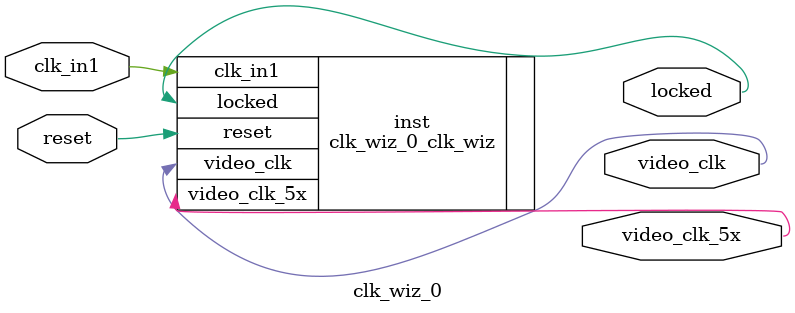
<source format=v>


`timescale 1ps/1ps

(* CORE_GENERATION_INFO = "clk_wiz_0,clk_wiz_v6_0_3_0_0,{component_name=clk_wiz_0,use_phase_alignment=true,use_min_o_jitter=false,use_max_i_jitter=false,use_dyn_phase_shift=false,use_inclk_switchover=false,use_dyn_reconfig=false,enable_axi=0,feedback_source=FDBK_AUTO,PRIMITIVE=MMCM,num_out_clk=2,clkin1_period=20.000,clkin2_period=10.0,use_power_down=false,use_reset=true,use_locked=true,use_inclk_stopped=false,feedback_type=SINGLE,CLOCK_MGR_TYPE=NA,manual_override=false}" *)

module clk_wiz_0 
 (
  // Clock out ports
  output        video_clk,
  output        video_clk_5x,
  // Status and control signals
  input         reset,
  output        locked,
 // Clock in ports
  input         clk_in1
 );

  clk_wiz_0_clk_wiz inst
  (
  // Clock out ports  
  .video_clk(video_clk),
  .video_clk_5x(video_clk_5x),
  // Status and control signals               
  .reset(reset), 
  .locked(locked),
 // Clock in ports
  .clk_in1(clk_in1)
  );

endmodule

</source>
